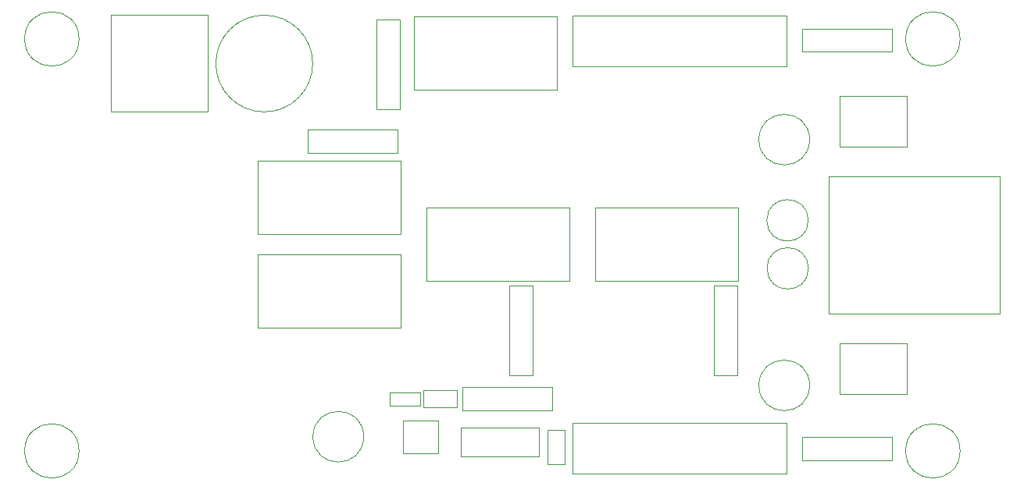
<source format=gbr>
%TF.GenerationSoftware,KiCad,Pcbnew,(5.1.7)-1*%
%TF.CreationDate,2021-08-03T20:44:09-04:00*%
%TF.ProjectId,PhoneInterface,50686f6e-6549-46e7-9465-72666163652e,rev?*%
%TF.SameCoordinates,Original*%
%TF.FileFunction,Other,User*%
%FSLAX46Y46*%
G04 Gerber Fmt 4.6, Leading zero omitted, Abs format (unit mm)*
G04 Created by KiCad (PCBNEW (5.1.7)-1) date 2021-08-03 20:44:09*
%MOMM*%
%LPD*%
G01*
G04 APERTURE LIST*
%ADD10C,0.050000*%
%ADD11C,0.100000*%
G04 APERTURE END LIST*
D10*
%TO.C,H4*%
X98327000Y-78613000D02*
G75*
G03*
X98327000Y-78613000I-2950000J0D01*
G01*
%TO.C,H3*%
X98327000Y-123317000D02*
G75*
G03*
X98327000Y-123317000I-2950000J0D01*
G01*
%TO.C,U2*%
X133482000Y-119993000D02*
X137282000Y-119993000D01*
X137282000Y-119993000D02*
X137282000Y-123593000D01*
X137282000Y-123593000D02*
X133482000Y-123593000D01*
X133482000Y-123593000D02*
X133482000Y-119993000D01*
%TO.C,U1*%
X148217000Y-123914500D02*
X148217000Y-120814500D01*
X148217000Y-120814500D02*
X139717000Y-120814500D01*
X139717000Y-120814500D02*
X139717000Y-123914500D01*
X139717000Y-123914500D02*
X148217000Y-123914500D01*
%TO.C,R10*%
X151839000Y-76117000D02*
X151839000Y-81617000D01*
X151839000Y-81617000D02*
X175059000Y-81617000D01*
X175059000Y-81617000D02*
X175059000Y-76117000D01*
X175059000Y-76117000D02*
X151839000Y-76117000D01*
%TO.C,R3*%
X151839000Y-120313000D02*
X151839000Y-125813000D01*
X151839000Y-125813000D02*
X175059000Y-125813000D01*
X175059000Y-125813000D02*
X175059000Y-120313000D01*
X175059000Y-120313000D02*
X151839000Y-120313000D01*
%TO.C,R2*%
X151000500Y-124738500D02*
X149100500Y-124738500D01*
X149100500Y-124738500D02*
X149100500Y-121038500D01*
X149100500Y-121038500D02*
X151000500Y-121038500D01*
X151000500Y-121038500D02*
X151000500Y-124738500D01*
%TO.C,R1*%
X139327500Y-116715500D02*
X139327500Y-118615500D01*
X139327500Y-118615500D02*
X135627500Y-118615500D01*
X135627500Y-118615500D02*
X135627500Y-116715500D01*
X135627500Y-116715500D02*
X139327500Y-116715500D01*
%TO.C,Q2*%
X188074000Y-84816500D02*
X188074000Y-90316500D01*
X188074000Y-84816500D02*
X180734000Y-84816500D01*
X180734000Y-90316500D02*
X188074000Y-90316500D01*
X180734000Y-90316500D02*
X180734000Y-84816500D01*
%TO.C,Q1*%
X188074000Y-111613500D02*
X188074000Y-117113500D01*
X188074000Y-111613500D02*
X180734000Y-111613500D01*
X180734000Y-117113500D02*
X188074000Y-117113500D01*
X180734000Y-117113500D02*
X180734000Y-111613500D01*
%TO.C,K5*%
X133226000Y-91821500D02*
X117726000Y-91821500D01*
X133226000Y-99821500D02*
X117726000Y-99821500D01*
X133226000Y-99821500D02*
X133226000Y-91821500D01*
X117726000Y-91821500D02*
X117726000Y-99821500D01*
%TO.C,K4*%
X134617000Y-84137000D02*
X150117000Y-84137000D01*
X134617000Y-76137000D02*
X150117000Y-76137000D01*
X134617000Y-76137000D02*
X134617000Y-84137000D01*
X150117000Y-84137000D02*
X150117000Y-76137000D01*
%TO.C,Ke*%
X169802000Y-96901500D02*
X154302000Y-96901500D01*
X169802000Y-104901500D02*
X154302000Y-104901500D01*
X169802000Y-104901500D02*
X169802000Y-96901500D01*
X154302000Y-96901500D02*
X154302000Y-104901500D01*
%TO.C,K2*%
X151514000Y-96901500D02*
X136014000Y-96901500D01*
X151514000Y-104901500D02*
X136014000Y-104901500D01*
X151514000Y-104901500D02*
X151514000Y-96901500D01*
X136014000Y-96901500D02*
X136014000Y-104901500D01*
%TO.C,K1*%
X133226000Y-101981500D02*
X117726000Y-101981500D01*
X133226000Y-109981500D02*
X117726000Y-109981500D01*
X133226000Y-109981500D02*
X133226000Y-101981500D01*
X117726000Y-101981500D02*
X117726000Y-109981500D01*
D11*
%TO.C,J2*%
X179594000Y-108462000D02*
X179594000Y-93482000D01*
X179594000Y-93482000D02*
X198104000Y-93482000D01*
X198104000Y-93482000D02*
X198104000Y-108462000D01*
X198104000Y-108462000D02*
X179594000Y-108462000D01*
D10*
%TO.C,H2*%
X193831000Y-123317000D02*
G75*
G03*
X193831000Y-123317000I-2950000J0D01*
G01*
%TO.C,H1*%
X193831000Y-78613000D02*
G75*
G03*
X193831000Y-78613000I-2950000J0D01*
G01*
D11*
%TO.C,F1*%
X101811000Y-76030000D02*
X112311000Y-76030000D01*
X112311000Y-76030000D02*
X112311000Y-86530000D01*
X112311000Y-86530000D02*
X101811000Y-86530000D01*
X101811000Y-86530000D02*
X101811000Y-76030000D01*
D10*
%TO.C,D9*%
X132876000Y-90975500D02*
X132876000Y-88475500D01*
X132876000Y-88475500D02*
X123156000Y-88475500D01*
X123156000Y-88475500D02*
X123156000Y-90975500D01*
X123156000Y-90975500D02*
X132876000Y-90975500D01*
%TO.C,D8*%
X130576000Y-86267000D02*
X133076000Y-86267000D01*
X133076000Y-86267000D02*
X133076000Y-76547000D01*
X133076000Y-76547000D02*
X130576000Y-76547000D01*
X130576000Y-76547000D02*
X130576000Y-86267000D01*
%TO.C,D6*%
X176750000Y-77490000D02*
X176750000Y-79990000D01*
X176750000Y-79990000D02*
X186470000Y-79990000D01*
X186470000Y-79990000D02*
X186470000Y-77490000D01*
X186470000Y-77490000D02*
X176750000Y-77490000D01*
%TO.C,D5*%
X167152000Y-115096000D02*
X169652000Y-115096000D01*
X169652000Y-115096000D02*
X169652000Y-105376000D01*
X169652000Y-105376000D02*
X167152000Y-105376000D01*
X167152000Y-105376000D02*
X167152000Y-115096000D01*
%TO.C,D4*%
X144990500Y-115096000D02*
X147490500Y-115096000D01*
X147490500Y-115096000D02*
X147490500Y-105376000D01*
X147490500Y-105376000D02*
X144990500Y-105376000D01*
X144990500Y-105376000D02*
X144990500Y-115096000D01*
%TO.C,D3*%
X176750000Y-121813000D02*
X176750000Y-124313000D01*
X176750000Y-124313000D02*
X186470000Y-124313000D01*
X186470000Y-124313000D02*
X186470000Y-121813000D01*
X186470000Y-121813000D02*
X176750000Y-121813000D01*
%TO.C,D1*%
X139856500Y-116415500D02*
X139856500Y-118915500D01*
X139856500Y-118915500D02*
X149576500Y-118915500D01*
X149576500Y-118915500D02*
X149576500Y-116415500D01*
X149576500Y-116415500D02*
X139856500Y-116415500D01*
%TO.C,C8*%
X123654000Y-81280000D02*
G75*
G03*
X123654000Y-81280000I-5250000J0D01*
G01*
%TO.C,C6*%
X135291000Y-116935500D02*
X135291000Y-118395500D01*
X135291000Y-118395500D02*
X131991000Y-118395500D01*
X131991000Y-118395500D02*
X131991000Y-116935500D01*
X131991000Y-116935500D02*
X135291000Y-116935500D01*
%TO.C,C5*%
X129178500Y-121777000D02*
G75*
G03*
X129178500Y-121777000I-2750000J0D01*
G01*
%TO.C,C4*%
X177518000Y-89535000D02*
G75*
G03*
X177518000Y-89535000I-2750000J0D01*
G01*
%TO.C,C3*%
X177371000Y-98298000D02*
G75*
G03*
X177371000Y-98298000I-2250000J0D01*
G01*
%TO.C,C2*%
X177395000Y-103505000D02*
G75*
G03*
X177395000Y-103505000I-2250000J0D01*
G01*
%TO.C,C1*%
X177518000Y-116205000D02*
G75*
G03*
X177518000Y-116205000I-2750000J0D01*
G01*
%TD*%
M02*

</source>
